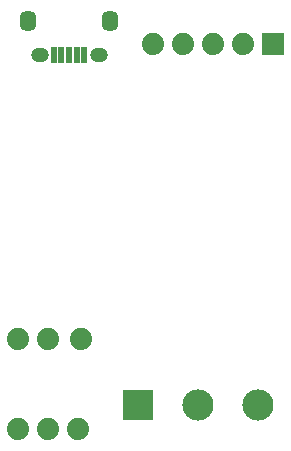
<source format=gbs>
G04 #@! TF.FileFunction,Soldermask,Bot*
%FSLAX46Y46*%
G04 Gerber Fmt 4.6, Leading zero omitted, Abs format (unit mm)*
G04 Created by KiCad (PCBNEW 4.0.1-stable) date 2/4/2016 12:26:45 PM*
%MOMM*%
G01*
G04 APERTURE LIST*
%ADD10C,0.100000*%
%ADD11R,1.879600X1.879600*%
%ADD12C,1.879600*%
%ADD13R,2.641600X2.641600*%
%ADD14C,2.641600*%
%ADD15O,1.501600X1.251600*%
%ADD16O,1.426600X1.801600*%
%ADD17R,0.501600X1.451600*%
G04 APERTURE END LIST*
D10*
D11*
X150622000Y-89789000D03*
D12*
X148082000Y-89789000D03*
X145542000Y-89789000D03*
X143002000Y-89789000D03*
X140462000Y-89789000D03*
D13*
X139192000Y-120396000D03*
D14*
X144272000Y-120396000D03*
X149352000Y-120396000D03*
D12*
X129032000Y-122428000D03*
X131572000Y-122428000D03*
X134112000Y-122428000D03*
X134366000Y-114808000D03*
X131572000Y-114808000D03*
X129032000Y-114808000D03*
D15*
X130850000Y-90764000D03*
X135850000Y-90764000D03*
D16*
X129850000Y-87864000D03*
X136850000Y-87864000D03*
D17*
X132050000Y-90764000D03*
X132700000Y-90764000D03*
X133350000Y-90764000D03*
X134000000Y-90764000D03*
X134650000Y-90764000D03*
M02*

</source>
